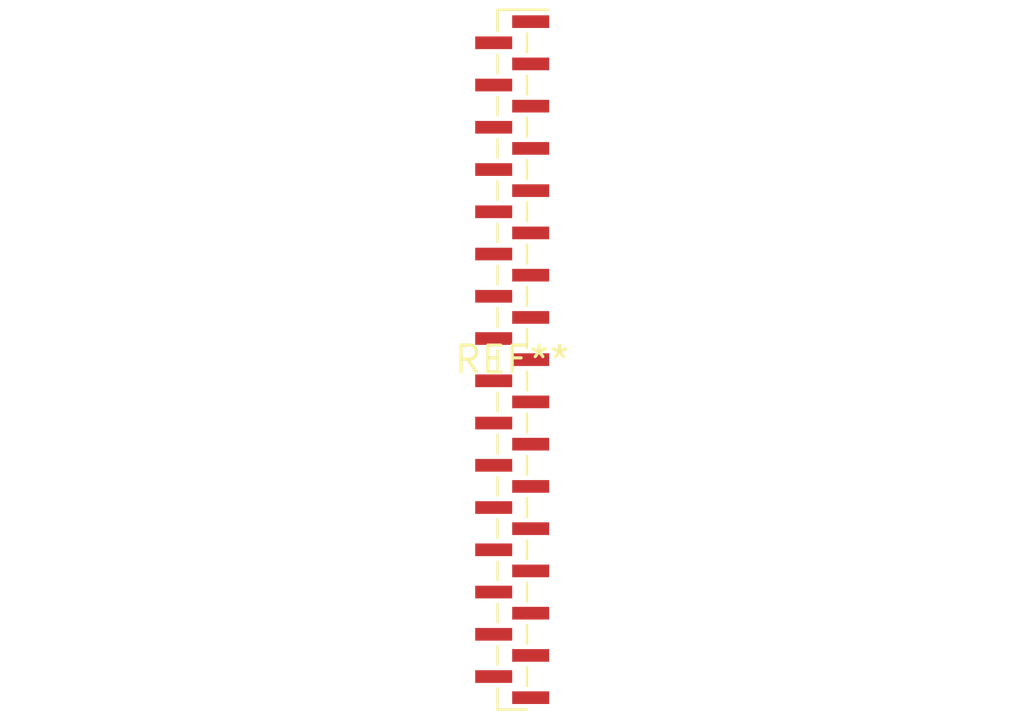
<source format=kicad_pcb>
(kicad_pcb (version 20240108) (generator pcbnew)
  (layers (0 "F.Cu" signal) (31 "B.Cu" signal) (34 "B.Paste" user) (35 "F.Paste" user) (36 "B.SilkS" user "B.Silkscreen") (37 "F.SilkS" user "F.Silkscreen") (38 "B.Mask" user) (39 "F.Mask" user) (44 "Edge.Cuts" user))
  (net 0 "")
  (footprint "PinHeader_1x33_P1.00mm_Vertical_SMD_Pin1Right" (layer "F.Cu") (at 0 0)
    (property "Reference" "REF**")
    (property "Value" "PinHeader_1x33_P1.00mm_Vertical_SMD_Pin1Right")
    (fp_line (start -0.695 -16.56) (end -0.695 -15.56) (layer "F.SilkS") (stroke (width 0.12)))
    (fp_line (start -0.695 -16.56) (end 0.695 -16.56) (layer "F.SilkS") (stroke (width 0.12)))
    (fp_line (start -0.695 -16.44) (end -0.695 -15.56) (layer "F.SilkS") (stroke (width 0.12)))
    (fp_line (start -0.695 -14.44) (end -0.695 -13.56) (layer "F.SilkS") (stroke (width 0.12)))
    (fp_line (start -0.695 -12.44) (end -0.695 -11.56) (layer "F.SilkS") (stroke (width 0.12)))
    (fp_line (start -0.695 -10.44) (end -0.695 -9.56) (layer "F.SilkS") (stroke (width 0.12)))
    (fp_line (start -0.695 -8.44) (end -0.695 -7.56) (layer "F.SilkS") (stroke (width 0.12)))
    (fp_line (start -0.695 -6.44) (end -0.695 -5.56) (layer "F.SilkS") (stroke (width 0.12)))
    (fp_line (start -0.695 -4.44) (end -0.695 -3.56) (layer "F.SilkS") (stroke (width 0.12)))
    (fp_line (start -0.695 -2.44) (end -0.695 -1.56) (layer "F.SilkS") (stroke (width 0.12)))
    (fp_line (start -0.695 -0.44) (end -0.695 0.44) (layer "F.SilkS") (stroke (width 0.12)))
    (fp_line (start -0.695 1.56) (end -0.695 2.44) (layer "F.SilkS") (stroke (width 0.12)))
    (fp_line (start -0.695 3.56) (end -0.695 4.44) (layer "F.SilkS") (stroke (width 0.12)))
    (fp_line (start -0.695 5.56) (end -0.695 6.44) (layer "F.SilkS") (stroke (width 0.12)))
    (fp_line (start -0.695 7.56) (end -0.695 8.44) (layer "F.SilkS") (stroke (width 0.12)))
    (fp_line (start -0.695 9.56) (end -0.695 10.44) (layer "F.SilkS") (stroke (width 0.12)))
    (fp_line (start -0.695 11.56) (end -0.695 12.44) (layer "F.SilkS") (stroke (width 0.12)))
    (fp_line (start -0.695 13.56) (end -0.695 14.44) (layer "F.SilkS") (stroke (width 0.12)))
    (fp_line (start -0.695 15.56) (end -0.695 16.56) (layer "F.SilkS") (stroke (width 0.12)))
    (fp_line (start -0.695 16.56) (end -0.695 16.56) (layer "F.SilkS") (stroke (width 0.12)))
    (fp_line (start -0.695 16.56) (end 0.695 16.56) (layer "F.SilkS") (stroke (width 0.12)))
    (fp_line (start 0.695 -16.56) (end 0.695 -16.56) (layer "F.SilkS") (stroke (width 0.12)))
    (fp_line (start 0.695 -16.56) (end 1.69 -16.56) (layer "F.SilkS") (stroke (width 0.12)))
    (fp_line (start 0.695 -15.44) (end 0.695 -14.56) (layer "F.SilkS") (stroke (width 0.12)))
    (fp_line (start 0.695 -13.44) (end 0.695 -12.56) (layer "F.SilkS") (stroke (width 0.12)))
    (fp_line (start 0.695 -11.44) (end 0.695 -10.56) (layer "F.SilkS") (stroke (width 0.12)))
    (fp_line (start 0.695 -9.44) (end 0.695 -8.56) (layer "F.SilkS") (stroke (width 0.12)))
    (fp_line (start 0.695 -7.44) (end 0.695 -6.56) (layer "F.SilkS") (stroke (width 0.12)))
    (fp_line (start 0.695 -5.44) (end 0.695 -4.56) (layer "F.SilkS") (stroke (width 0.12)))
    (fp_line (start 0.695 -3.44) (end 0.695 -2.56) (layer "F.SilkS") (stroke (width 0.12)))
    (fp_line (start 0.695 -1.44) (end 0.695 -0.56) (layer "F.SilkS") (stroke (width 0.12)))
    (fp_line (start 0.695 0.56) (end 0.695 1.44) (layer "F.SilkS") (stroke (width 0.12)))
    (fp_line (start 0.695 2.56) (end 0.695 3.44) (layer "F.SilkS") (stroke (width 0.12)))
    (fp_line (start 0.695 4.56) (end 0.695 5.44) (layer "F.SilkS") (stroke (width 0.12)))
    (fp_line (start 0.695 6.56) (end 0.695 7.44) (layer "F.SilkS") (stroke (width 0.12)))
    (fp_line (start 0.695 8.56) (end 0.695 9.44) (layer "F.SilkS") (stroke (width 0.12)))
    (fp_line (start 0.695 10.56) (end 0.695 11.44) (layer "F.SilkS") (stroke (width 0.12)))
    (fp_line (start 0.695 12.56) (end 0.695 13.44) (layer "F.SilkS") (stroke (width 0.12)))
    (fp_line (start 0.695 14.56) (end 0.695 15.44) (layer "F.SilkS") (stroke (width 0.12)))
    (pad "1" smd rect (at 0.875 -16) (size 1.75 0.6) (layers "F.Cu" "F.Paste" "F.Mask"))
    (pad "2" smd rect (at -0.875 -15) (size 1.75 0.6) (layers "F.Cu" "F.Paste" "F.Mask"))
    (pad "3" smd rect (at 0.875 -14) (size 1.75 0.6) (layers "F.Cu" "F.Paste" "F.Mask"))
    (pad "4" smd rect (at -0.875 -13) (size 1.75 0.6) (layers "F.Cu" "F.Paste" "F.Mask"))
    (pad "5" smd rect (at 0.875 -12) (size 1.75 0.6) (layers "F.Cu" "F.Paste" "F.Mask"))
    (pad "6" smd rect (at -0.875 -11) (size 1.75 0.6) (layers "F.Cu" "F.Paste" "F.Mask"))
    (pad "7" smd rect (at 0.875 -10) (size 1.75 0.6) (layers "F.Cu" "F.Paste" "F.Mask"))
    (pad "8" smd rect (at -0.875 -9) (size 1.75 0.6) (layers "F.Cu" "F.Paste" "F.Mask"))
    (pad "9" smd rect (at 0.875 -8) (size 1.75 0.6) (layers "F.Cu" "F.Paste" "F.Mask"))
    (pad "10" smd rect (at -0.875 -7) (size 1.75 0.6) (layers "F.Cu" "F.Paste" "F.Mask"))
    (pad "11" smd rect (at 0.875 -6) (size 1.75 0.6) (layers "F.Cu" "F.Paste" "F.Mask"))
    (pad "12" smd rect (at -0.875 -5) (size 1.75 0.6) (layers "F.Cu" "F.Paste" "F.Mask"))
    (pad "13" smd rect (at 0.875 -4) (size 1.75 0.6) (layers "F.Cu" "F.Paste" "F.Mask"))
    (pad "14" smd rect (at -0.875 -3) (size 1.75 0.6) (layers "F.Cu" "F.Paste" "F.Mask"))
    (pad "15" smd rect (at 0.875 -2) (size 1.75 0.6) (layers "F.Cu" "F.Paste" "F.Mask"))
    (pad "16" smd rect (at -0.875 -1) (size 1.75 0.6) (layers "F.Cu" "F.Paste" "F.Mask"))
    (pad "17" smd rect (at 0.875 0) (size 1.75 0.6) (layers "F.Cu" "F.Paste" "F.Mask"))
    (pad "18" smd rect (at -0.875 1) (size 1.75 0.6) (layers "F.Cu" "F.Paste" "F.Mask"))
    (pad "19" smd rect (at 0.875 2) (size 1.75 0.6) (layers "F.Cu" "F.Paste" "F.Mask"))
    (pad "20" smd rect (at -0.875 3) (size 1.75 0.6) (layers "F.Cu" "F.Paste" "F.Mask"))
    (pad "21" smd rect (at 0.875 4) (size 1.75 0.6) (layers "F.Cu" "F.Paste" "F.Mask"))
    (pad "22" smd rect (at -0.875 5) (size 1.75 0.6) (layers "F.Cu" "F.Paste" "F.Mask"))
    (pad "23" smd rect (at 0.875 6) (size 1.75 0.6) (layers "F.Cu" "F.Paste" "F.Mask"))
    (pad "24" smd rect (at -0.875 7) (size 1.75 0.6) (layers "F.Cu" "F.Paste" "F.Mask"))
    (pad "25" smd rect (at 0.875 8) (size 1.75 0.6) (layers "F.Cu" "F.Paste" "F.Mask"))
    (pad "26" smd rect (at -0.875 9) (size 1.75 0.6) (layers "F.Cu" "F.Paste" "F.Mask"))
    (pad "27" smd rect (at 0.875 10) (size 1.75 0.6) (layers "F.Cu" "F.Paste" "F.Mask"))
    (pad "28" smd rect (at -0.875 11) (size 1.75 0.6) (layers "F.Cu" "F.Paste" "F.Mask"))
    (pad "29" smd rect (at 0.875 12) (size 1.75 0.6) (layers "F.Cu" "F.Paste" "F.Mask"))
    (pad "30" smd rect (at -0.875 13) (size 1.75 0.6) (layers "F.Cu" "F.Paste" "F.Mask"))
    (pad "31" smd rect (at 0.875 14) (size 1.75 0.6) (layers "F.Cu" "F.Paste" "F.Mask"))
    (pad "32" smd rect (at -0.875 15) (size 1.75 0.6) (layers "F.Cu" "F.Paste" "F.Mask"))
    (pad "33" smd rect (at 0.875 16) (size 1.75 0.6) (layers "F.Cu" "F.Paste" "F.Mask"))
  )
)
</source>
